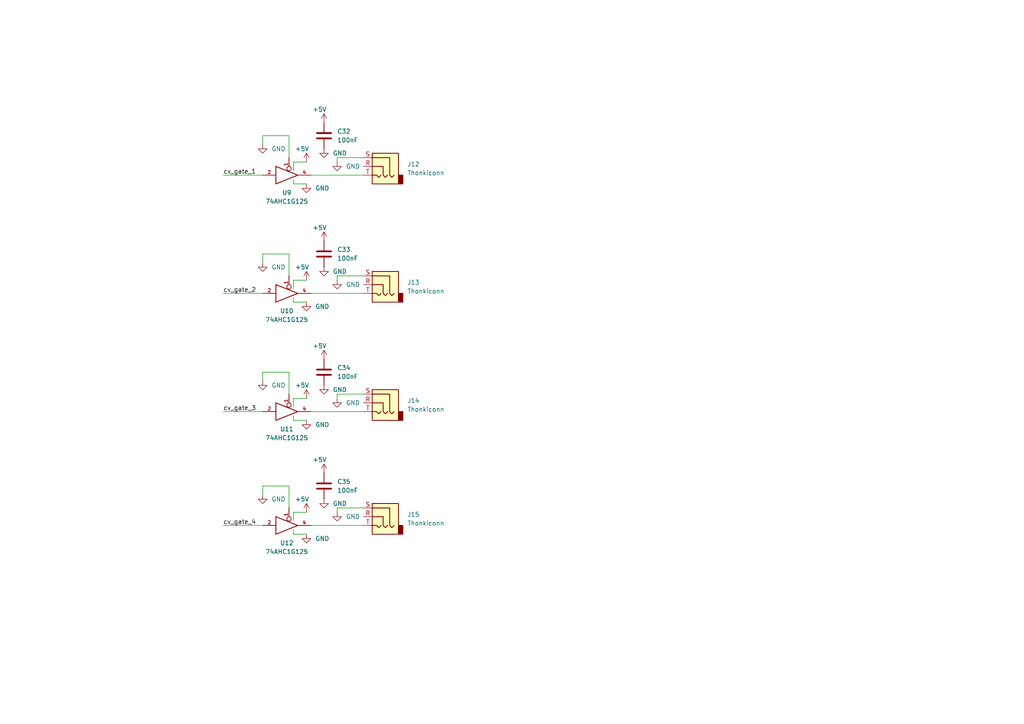
<source format=kicad_sch>
(kicad_sch (version 20211123) (generator eeschema)
  (paper "A4")
  (lib_symbols
    (symbol "74xGxx:74AHC1G125" (pin_names (offset 1.016))
      (property "Reference" "U" (at -2.54 3.81 0))
      (property "Value" "74AHC1G125" (at 0 -3.81 0))
      (symbol "74AHC1G125_0_1"
        (polyline (pts (xy -3.81 2.54) (xy -3.81 -2.54) (xy 2.54 0) (xy -3.81 2.54)) (stroke (width 0.254)))
      )
      (symbol "74AHC1G125_1_1"
        (pin input inverted (at 0 5.08 270) (length 3.81) (name "~") (number "1"))
        (pin input line (at -7.62 0 0) (length 3.81) (name "~") (number "2"))
        (pin power_in line (at 1.27 -1.27 270) (length 0) hide (name "GND") (number "3"))
        (pin tri_state line (at 6.35 0 180) (length 3.81) (name "~") (number "4"))
        (pin power_in line (at 1.27 1.27 90) (length 0) hide (name "VCC") (number "5"))
      )
    )
    (symbol "Connector:AudioJack3"
      (property "Reference" "J" (at 0 8.89 0))
      (property "Value" "AudioJack3" (at 0 6.35 0))
      (symbol "AudioJack3_0_1"
        (rectangle (start -5.08 -5.08) (end -6.35 -2.54) (stroke (width 0.254)) (fill (type outline)))
        (polyline (pts (xy 0 -2.54) (xy 0.635 -3.175) (xy 1.27 -2.54) (xy 2.54 -2.54)) (stroke (width 0.254)))
        (polyline (pts (xy -1.905 -2.54) (xy -1.27 -3.175) (xy -0.635 -2.54) (xy -0.635 0) (xy 2.54 0)) (stroke (width 0.254)))
        (polyline (pts (xy 2.54 2.54) (xy -2.54 2.54) (xy -2.54 -2.54) (xy -3.175 -3.175) (xy -3.81 -2.54)) (stroke (width 0.254)))
        (rectangle (start 2.54 3.81) (end -5.08 -5.08) (stroke (width 0.254)) (fill (type background)))
      )
      (symbol "AudioJack3_1_1"
        (pin passive line (at 5.08 0 180) (length 2.54) (name "~") (number "R"))
        (pin passive line (at 5.08 2.54 180) (length 2.54) (name "~") (number "S"))
        (pin passive line (at 5.08 -2.54 180) (length 2.54) (name "~") (number "T"))
      )
    )
    (symbol "Device:C" (pin_numbers hide) (pin_names (offset 0.254))
      (property "Reference" "C" (at 0.635 2.54 0))
      (property "Value" "C" (at 0.635 -2.54 0))
      (symbol "C_0_1"
        (polyline (pts (xy -2.032 -0.762) (xy 2.032 -0.762)) (stroke (width 0.508)))
        (polyline (pts (xy -2.032 0.762) (xy 2.032 0.762)) (stroke (width 0.508)))
      )
      (symbol "C_1_1"
        (pin passive line (at 0 3.81 270) (length 2.794) (name "~") (number "1"))
        (pin passive line (at 0 -3.81 90) (length 2.794) (name "~") (number "2"))
      )
    )
    (symbol "power:+5V" (power) (pin_names (offset 0))
      (property "Value" "+5V" (at 0 3.556 0))
      (symbol "+5V_0_1"
        (polyline (pts (xy -0.762 1.27) (xy 0 2.54)))
        (polyline (pts (xy 0 0) (xy 0 2.54)))
        (polyline (pts (xy 0 2.54) (xy 0.762 1.27)))
      )
      (symbol "+5V_1_1"
        (pin power_in line (at 0 0 90) (length 0) hide (name "+5V") (number "1"))
      )
    )
    (symbol "power:GND" (power) (pin_names (offset 0))
      (property "Value" "GND" (at 0 -3.81 0))
      (symbol "GND_0_1"
        (polyline (pts (xy 0 0) (xy 0 -1.27) (xy 1.27 -1.27) (xy 0 -2.54) (xy -1.27 -1.27) (xy 0 -1.27)))
      )
      (symbol "GND_1_1"
        (pin power_in line (at 0 0 270) (length 0) hide (name "GND") (number "1"))
      )
    )
  )
  (wire (pts (xy 85.09 81.28) (xy 88.9 81.28)))
  (wire (pts (xy 85.09 148.59) (xy 88.9 148.59)))
  (wire (pts (xy 76.2 110.49) (xy 76.2 107.95)))
  (wire (pts (xy 85.09 118.11) (xy 85.09 115.57)))
  (wire (pts (xy 85.09 83.82) (xy 85.09 81.28)))
  (wire (pts (xy 64.77 152.4) (xy 76.2 152.4)))
  (wire (pts (xy 90.17 119.38) (xy 105.41 119.38)))
  (wire (pts (xy 83.82 140.97) (xy 83.82 147.32)))
  (wire (pts (xy 97.79 147.32) (xy 105.41 147.32)))
  (wire (pts (xy 85.09 115.57) (xy 88.9 115.57)))
  (wire (pts (xy 85.09 52.07) (xy 85.09 53.34)))
  (wire (pts (xy 97.79 115.57) (xy 97.79 114.3)))
  (wire (pts (xy 85.09 121.92) (xy 88.9 121.92)))
  (wire (pts (xy 85.09 53.34) (xy 88.9 53.34)))
  (wire (pts (xy 76.2 39.37) (xy 83.82 39.37)))
  (wire (pts (xy 64.77 85.09) (xy 76.2 85.09)))
  (wire (pts (xy 76.2 140.97) (xy 83.82 140.97)))
  (wire (pts (xy 85.09 46.99) (xy 88.9 46.99)))
  (wire (pts (xy 76.2 107.95) (xy 83.82 107.95)))
  (wire (pts (xy 83.82 73.66) (xy 83.82 80.01)))
  (wire (pts (xy 64.77 50.8) (xy 76.2 50.8)))
  (wire (pts (xy 85.09 154.94) (xy 88.9 154.94)))
  (wire (pts (xy 64.77 119.38) (xy 76.2 119.38)))
  (wire (pts (xy 97.79 81.28) (xy 97.79 80.01)))
  (wire (pts (xy 85.09 153.67) (xy 85.09 154.94)))
  (wire (pts (xy 76.2 76.2) (xy 76.2 73.66)))
  (wire (pts (xy 97.79 45.72) (xy 105.41 45.72)))
  (wire (pts (xy 76.2 73.66) (xy 83.82 73.66)))
  (wire (pts (xy 85.09 49.53) (xy 85.09 46.99)))
  (wire (pts (xy 97.79 114.3) (xy 105.41 114.3)))
  (wire (pts (xy 90.17 85.09) (xy 105.41 85.09)))
  (wire (pts (xy 90.17 50.8) (xy 105.41 50.8)))
  (wire (pts (xy 83.82 39.37) (xy 83.82 45.72)))
  (wire (pts (xy 97.79 80.01) (xy 105.41 80.01)))
  (wire (pts (xy 76.2 41.91) (xy 76.2 39.37)))
  (wire (pts (xy 85.09 151.13) (xy 85.09 148.59)))
  (wire (pts (xy 83.82 107.95) (xy 83.82 114.3)))
  (wire (pts (xy 97.79 46.99) (xy 97.79 45.72)))
  (wire (pts (xy 85.09 86.36) (xy 85.09 87.63)))
  (wire (pts (xy 97.79 148.59) (xy 97.79 147.32)))
  (wire (pts (xy 85.09 87.63) (xy 88.9 87.63)))
  (wire (pts (xy 76.2 143.51) (xy 76.2 140.97)))
  (wire (pts (xy 85.09 120.65) (xy 85.09 121.92)))
  (wire (pts (xy 90.17 152.4) (xy 105.41 152.4)))
  (label "cv_gate_2" (at 64.77 85.09 0))
  (label "cv_gate_4" (at 64.77 152.4 0))
  (label "cv_gate_3" (at 64.77 119.38 0))
  (label "cv_gate_1" (at 64.77 50.8 0))
  (symbol (lib_id "power:GND") (at 97.79 148.59 0) (unit 1)
    (property "Reference" "#PWR0174" (effects hide))
    (property "Value" "GND" (at 100.33 149.8599 0) (effects (justify left)))
  )
  (symbol (lib_id "Device:C") (at 93.98 140.97 0) (unit 1)
    (property "Reference" "C35" (at 97.79 139.6999 0) (effects (justify left)))
    (property "Value" "100nF" (at 97.79 142.2399 0) (effects (justify left)))
    (property "Footprint" "Capacitor_SMD:C_0603_1608Metric" (effects hide))
  )
  (symbol (lib_id "power:GND") (at 88.9 121.92 0) (unit 1)
    (property "Reference" "#PWR0180" (effects hide))
    (property "Value" "GND" (at 91.44 123.1899 0) (effects (justify left)))
  )
  (symbol (lib_id "power:+5V") (at 88.9 148.59 0) (unit 1)
    (property "Reference" "#PWR0176" (effects hide))
    (property "Value" "+5V" (at 87.63 144.78 0))
  )
  (symbol (lib_id "power:+5V") (at 88.9 46.99 0) (unit 1)
    (property "Reference" "#PWR0160" (effects hide))
    (property "Value" "+5V" (at 87.63 43.18 0))
  )
  (symbol (lib_id "74xGxx:74AHC1G125") (at 83.82 152.4 0) (unit 1)
    (property "Reference" "U12" (at 83.185 157.48 0))
    (property "Value" "74AHC1G125" (at 83.185 160.02 0))
    (property "Footprint" "Package_TO_SOT_SMD:SOT-23-5" (effects hide))
    (property "Datasheet" "http://www.ti.com/lit/sg/scyt129e/scyt129e.pdf" (effects hide))
  )
  (symbol (lib_id "power:GND") (at 76.2 76.2 0) (unit 1)
    (property "Reference" "#PWR0159" (effects hide))
    (property "Value" "GND" (at 78.74 77.4699 0) (effects (justify left)))
  )
  (symbol (lib_id "power:GND") (at 76.2 110.49 0) (unit 1)
    (property "Reference" "#PWR0182" (effects hide))
    (property "Value" "GND" (at 78.74 111.7599 0) (effects (justify left)))
  )
  (symbol (lib_id "power:+5V") (at 93.98 137.16 0) (unit 1)
    (property "Reference" "#PWR0177" (effects hide))
    (property "Value" "+5V" (at 92.71 133.35 0))
  )
  (symbol (lib_id "power:+5V") (at 93.98 35.56 0) (unit 1)
    (property "Reference" "#PWR0185" (effects hide))
    (property "Value" "+5V" (at 92.71 31.75 0))
  )
  (symbol (lib_id "power:GND") (at 88.9 87.63 0) (unit 1)
    (property "Reference" "#PWR0186" (effects hide))
    (property "Value" "GND" (at 91.44 88.8999 0) (effects (justify left)))
  )
  (symbol (lib_id "Device:C") (at 93.98 39.37 0) (unit 1)
    (property "Reference" "C32" (at 97.79 38.0999 0) (effects (justify left)))
    (property "Value" "100nF" (at 97.79 40.6399 0) (effects (justify left)))
    (property "Footprint" "Capacitor_SMD:C_0603_1608Metric" (effects hide))
  )
  (symbol (lib_id "Connector:AudioJack3") (at 110.49 116.84 0) (mirror y) (unit 1)
    (property "Reference" "J14" (at 118.11 116.2049 0) (effects (justify right)))
    (property "Value" "Thonkiconn" (at 118.11 118.7449 0) (effects (justify right)))
    (property "Footprint" "Connector_Audio:Jack_3.5mm_QingPu_WQP-PJ398SM_Vertical_CircularHoles" (effects hide))
  )
  (symbol (lib_id "Connector:AudioJack3") (at 110.49 149.86 0) (mirror y) (unit 1)
    (property "Reference" "J15" (at 118.11 149.2249 0) (effects (justify right)))
    (property "Value" "Thonkiconn" (at 118.11 151.7649 0) (effects (justify right)))
    (property "Footprint" "Connector_Audio:Jack_3.5mm_QingPu_WQP-PJ398SM_Vertical_CircularHoles" (effects hide))
  )
  (symbol (lib_id "power:+5V") (at 93.98 69.85 0) (unit 1)
    (property "Reference" "#PWR0156" (effects hide))
    (property "Value" "+5V" (at 92.71 66.04 0))
  )
  (symbol (lib_id "power:GND") (at 76.2 41.91 0) (unit 1)
    (property "Reference" "#PWR0158" (effects hide))
    (property "Value" "GND" (at 78.74 43.1799 0) (effects (justify left)))
  )
  (symbol (lib_id "74xGxx:74AHC1G125") (at 83.82 119.38 0) (unit 1)
    (property "Reference" "U11" (at 83.185 124.46 0))
    (property "Value" "74AHC1G125" (at 83.185 127 0))
    (property "Footprint" "Package_TO_SOT_SMD:SOT-23-5" (effects hide))
    (property "Datasheet" "http://www.ti.com/lit/sg/scyt129e/scyt129e.pdf" (effects hide))
  )
  (symbol (lib_id "power:GND") (at 97.79 115.57 0) (unit 1)
    (property "Reference" "#PWR0178" (effects hide))
    (property "Value" "GND" (at 100.33 116.8399 0) (effects (justify left)))
  )
  (symbol (lib_id "power:GND") (at 76.2 143.51 0) (unit 1)
    (property "Reference" "#PWR0179" (effects hide))
    (property "Value" "GND" (at 78.74 144.7799 0) (effects (justify left)))
  )
  (symbol (lib_id "power:GND") (at 93.98 111.76 0) (unit 1)
    (property "Reference" "#PWR0181" (effects hide))
    (property "Value" "GND" (at 96.52 113.0299 0) (effects (justify left)))
  )
  (symbol (lib_id "74xGxx:74AHC1G125") (at 83.82 85.09 0) (unit 1)
    (property "Reference" "U10" (at 83.185 90.17 0))
    (property "Value" "74AHC1G125" (at 83.185 92.71 0))
    (property "Footprint" "Package_TO_SOT_SMD:SOT-23-5" (effects hide))
    (property "Datasheet" "http://www.ti.com/lit/sg/scyt129e/scyt129e.pdf" (effects hide))
  )
  (symbol (lib_id "power:GND") (at 88.9 53.34 0) (unit 1)
    (property "Reference" "#PWR0157" (effects hide))
    (property "Value" "GND" (at 91.44 54.6099 0) (effects (justify left)))
  )
  (symbol (lib_id "74xGxx:74AHC1G125") (at 83.82 50.8 0) (unit 1)
    (property "Reference" "U9" (at 83.185 55.88 0))
    (property "Value" "74AHC1G125" (at 83.185 58.42 0))
    (property "Footprint" "Package_TO_SOT_SMD:SOT-23-5" (effects hide))
    (property "Datasheet" "http://www.ti.com/lit/sg/scyt129e/scyt129e.pdf" (effects hide))
  )
  (symbol (lib_id "power:GND") (at 93.98 43.18 0) (unit 1)
    (property "Reference" "#PWR0161" (effects hide))
    (property "Value" "GND" (at 96.52 44.4499 0) (effects (justify left)))
  )
  (symbol (lib_id "power:GND") (at 88.9 154.94 0) (unit 1)
    (property "Reference" "#PWR0173" (effects hide))
    (property "Value" "GND" (at 91.44 156.2099 0) (effects (justify left)))
  )
  (symbol (lib_id "Device:C") (at 93.98 107.95 0) (unit 1)
    (property "Reference" "C34" (at 97.79 106.6799 0) (effects (justify left)))
    (property "Value" "100nF" (at 97.79 109.2199 0) (effects (justify left)))
    (property "Footprint" "Capacitor_SMD:C_0603_1608Metric" (effects hide))
  )
  (symbol (lib_id "power:GND") (at 93.98 144.78 0) (unit 1)
    (property "Reference" "#PWR0175" (effects hide))
    (property "Value" "GND" (at 96.52 146.0499 0) (effects (justify left)))
  )
  (symbol (lib_id "power:+5V") (at 88.9 81.28 0) (unit 1)
    (property "Reference" "#PWR0172" (effects hide))
    (property "Value" "+5V" (at 87.63 77.47 0))
  )
  (symbol (lib_id "power:GND") (at 97.79 81.28 0) (unit 1)
    (property "Reference" "#PWR0154" (effects hide))
    (property "Value" "GND" (at 100.33 82.5499 0) (effects (justify left)))
  )
  (symbol (lib_id "Device:C") (at 93.98 73.66 0) (unit 1)
    (property "Reference" "C33" (at 97.79 72.3899 0) (effects (justify left)))
    (property "Value" "100nF" (at 97.79 74.9299 0) (effects (justify left)))
    (property "Footprint" "Capacitor_SMD:C_0603_1608Metric" (effects hide))
  )
  (symbol (lib_id "power:GND") (at 93.98 77.47 0) (unit 1)
    (property "Reference" "#PWR0155" (effects hide))
    (property "Value" "GND" (at 96.52 78.7399 0) (effects (justify left)))
  )
  (symbol (lib_id "power:+5V") (at 93.98 104.14 0) (unit 1)
    (property "Reference" "#PWR0184" (effects hide))
    (property "Value" "+5V" (at 92.71 100.33 0))
  )
  (symbol (lib_id "Connector:AudioJack3") (at 110.49 48.26 0) (mirror y) (unit 1)
    (property "Reference" "J12" (at 118.11 47.6249 0) (effects (justify right)))
    (property "Value" "Thonkiconn" (at 118.11 50.1649 0) (effects (justify right)))
    (property "Footprint" "Connector_Audio:Jack_3.5mm_QingPu_WQP-PJ398SM_Vertical_CircularHoles" (effects hide))
  )
  (symbol (lib_id "Connector:AudioJack3") (at 110.49 82.55 0) (mirror y) (unit 1)
    (property "Reference" "J13" (at 118.11 81.9149 0) (effects (justify right)))
    (property "Value" "Thonkiconn" (at 118.11 84.4549 0) (effects (justify right)))
    (property "Footprint" "Connector_Audio:Jack_3.5mm_QingPu_WQP-PJ398SM_Vertical_CircularHoles" (effects hide))
  )
  (symbol (lib_id "power:+5V") (at 88.9 115.57 0) (unit 1)
    (property "Reference" "#PWR0183" (effects hide))
    (property "Value" "+5V" (at 87.63 111.76 0))
  )
  (symbol (lib_id "power:GND") (at 97.79 46.99 0) (unit 1)
    (property "Reference" "#PWR0171" (effects hide))
    (property "Value" "GND" (at 100.33 48.2599 0) (effects (justify left)))
  )
)
</source>
